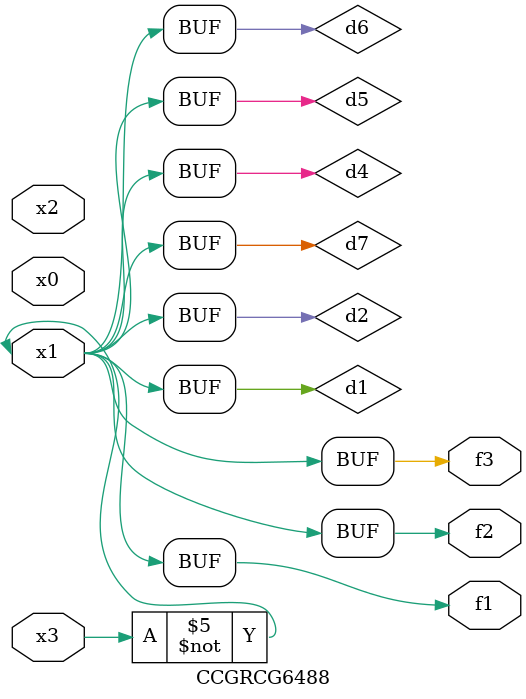
<source format=v>
module CCGRCG6488(
	input x0, x1, x2, x3,
	output f1, f2, f3
);

	wire d1, d2, d3, d4, d5, d6, d7;

	not (d1, x3);
	buf (d2, x1);
	xnor (d3, d1, d2);
	nor (d4, d1);
	buf (d5, d1, d2);
	buf (d6, d4, d5);
	nand (d7, d4);
	assign f1 = d6;
	assign f2 = d7;
	assign f3 = d6;
endmodule

</source>
